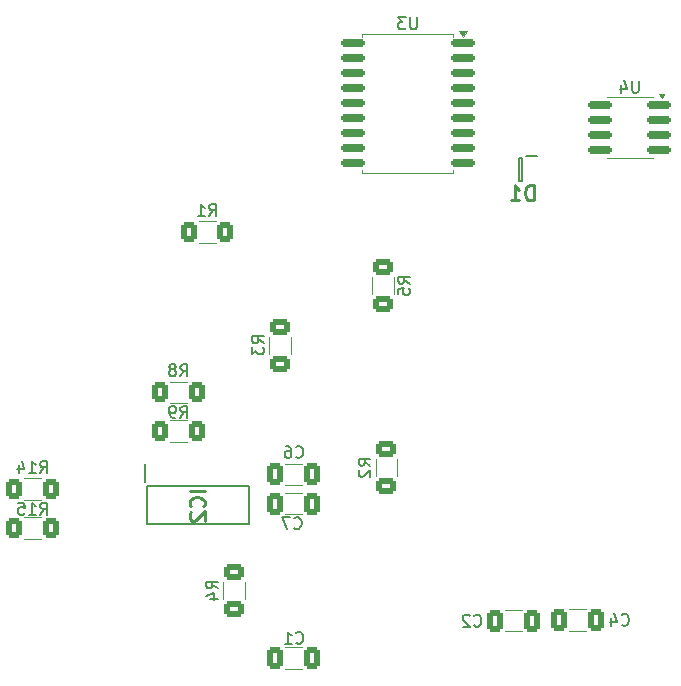
<source format=gbr>
%TF.GenerationSoftware,KiCad,Pcbnew,8.0.1-rc1*%
%TF.CreationDate,2024-06-22T18:23:22-07:00*%
%TF.ProjectId,AMS - CANBus Sensor - Pressure,414d5320-2d20-4434-914e-427573205365,rev?*%
%TF.SameCoordinates,Original*%
%TF.FileFunction,Legend,Bot*%
%TF.FilePolarity,Positive*%
%FSLAX46Y46*%
G04 Gerber Fmt 4.6, Leading zero omitted, Abs format (unit mm)*
G04 Created by KiCad (PCBNEW 8.0.1-rc1) date 2024-06-22 18:23:22*
%MOMM*%
%LPD*%
G01*
G04 APERTURE LIST*
G04 Aperture macros list*
%AMRoundRect*
0 Rectangle with rounded corners*
0 $1 Rounding radius*
0 $2 $3 $4 $5 $6 $7 $8 $9 X,Y pos of 4 corners*
0 Add a 4 corners polygon primitive as box body*
4,1,4,$2,$3,$4,$5,$6,$7,$8,$9,$2,$3,0*
0 Add four circle primitives for the rounded corners*
1,1,$1+$1,$2,$3*
1,1,$1+$1,$4,$5*
1,1,$1+$1,$6,$7*
1,1,$1+$1,$8,$9*
0 Add four rect primitives between the rounded corners*
20,1,$1+$1,$2,$3,$4,$5,0*
20,1,$1+$1,$4,$5,$6,$7,0*
20,1,$1+$1,$6,$7,$8,$9,0*
20,1,$1+$1,$8,$9,$2,$3,0*%
G04 Aperture macros list end*
%ADD10C,0.150000*%
%ADD11C,0.254000*%
%ADD12C,0.120000*%
%ADD13C,0.200000*%
%ADD14C,1.440000*%
%ADD15C,1.100000*%
%ADD16R,2.200000X2.200000*%
%ADD17C,2.200000*%
%ADD18C,1.600000*%
%ADD19O,1.600000X1.600000*%
%ADD20R,1.700000X1.700000*%
%ADD21O,1.700000X1.700000*%
%ADD22C,2.400000*%
%ADD23R,1.600000X1.600000*%
%ADD24R,1.920000X1.920000*%
%ADD25C,1.920000*%
%ADD26C,1.500000*%
%ADD27R,1.500000X1.500000*%
%ADD28RoundRect,0.250000X0.400000X0.625000X-0.400000X0.625000X-0.400000X-0.625000X0.400000X-0.625000X0*%
%ADD29RoundRect,0.250000X-0.412500X-0.650000X0.412500X-0.650000X0.412500X0.650000X-0.412500X0.650000X0*%
%ADD30RoundRect,0.150000X0.825000X0.150000X-0.825000X0.150000X-0.825000X-0.150000X0.825000X-0.150000X0*%
%ADD31RoundRect,0.250000X-0.625000X0.400000X-0.625000X-0.400000X0.625000X-0.400000X0.625000X0.400000X0*%
%ADD32RoundRect,0.250000X0.412500X0.650000X-0.412500X0.650000X-0.412500X-0.650000X0.412500X-0.650000X0*%
%ADD33RoundRect,0.150000X0.875000X0.150000X-0.875000X0.150000X-0.875000X-0.150000X0.875000X-0.150000X0*%
%ADD34R,0.650000X1.525000*%
%ADD35RoundRect,0.250000X0.625000X-0.400000X0.625000X0.400000X-0.625000X0.400000X-0.625000X-0.400000X0*%
%ADD36R,1.000000X0.550000*%
G04 APERTURE END LIST*
D10*
X127551166Y-93323519D02*
X127884499Y-92847328D01*
X128122594Y-93323519D02*
X128122594Y-92323519D01*
X128122594Y-92323519D02*
X127741642Y-92323519D01*
X127741642Y-92323519D02*
X127646404Y-92371138D01*
X127646404Y-92371138D02*
X127598785Y-92418757D01*
X127598785Y-92418757D02*
X127551166Y-92513995D01*
X127551166Y-92513995D02*
X127551166Y-92656852D01*
X127551166Y-92656852D02*
X127598785Y-92752090D01*
X127598785Y-92752090D02*
X127646404Y-92799709D01*
X127646404Y-92799709D02*
X127741642Y-92847328D01*
X127741642Y-92847328D02*
X128122594Y-92847328D01*
X126979737Y-92752090D02*
X127074975Y-92704471D01*
X127074975Y-92704471D02*
X127122594Y-92656852D01*
X127122594Y-92656852D02*
X127170213Y-92561614D01*
X127170213Y-92561614D02*
X127170213Y-92513995D01*
X127170213Y-92513995D02*
X127122594Y-92418757D01*
X127122594Y-92418757D02*
X127074975Y-92371138D01*
X127074975Y-92371138D02*
X126979737Y-92323519D01*
X126979737Y-92323519D02*
X126789261Y-92323519D01*
X126789261Y-92323519D02*
X126694023Y-92371138D01*
X126694023Y-92371138D02*
X126646404Y-92418757D01*
X126646404Y-92418757D02*
X126598785Y-92513995D01*
X126598785Y-92513995D02*
X126598785Y-92561614D01*
X126598785Y-92561614D02*
X126646404Y-92656852D01*
X126646404Y-92656852D02*
X126694023Y-92704471D01*
X126694023Y-92704471D02*
X126789261Y-92752090D01*
X126789261Y-92752090D02*
X126979737Y-92752090D01*
X126979737Y-92752090D02*
X127074975Y-92799709D01*
X127074975Y-92799709D02*
X127122594Y-92847328D01*
X127122594Y-92847328D02*
X127170213Y-92942566D01*
X127170213Y-92942566D02*
X127170213Y-93133042D01*
X127170213Y-93133042D02*
X127122594Y-93228280D01*
X127122594Y-93228280D02*
X127074975Y-93275900D01*
X127074975Y-93275900D02*
X126979737Y-93323519D01*
X126979737Y-93323519D02*
X126789261Y-93323519D01*
X126789261Y-93323519D02*
X126694023Y-93275900D01*
X126694023Y-93275900D02*
X126646404Y-93228280D01*
X126646404Y-93228280D02*
X126598785Y-93133042D01*
X126598785Y-93133042D02*
X126598785Y-92942566D01*
X126598785Y-92942566D02*
X126646404Y-92847328D01*
X126646404Y-92847328D02*
X126694023Y-92799709D01*
X126694023Y-92799709D02*
X126789261Y-92752090D01*
X152423012Y-114428797D02*
X152470631Y-114476417D01*
X152470631Y-114476417D02*
X152613488Y-114524036D01*
X152613488Y-114524036D02*
X152708726Y-114524036D01*
X152708726Y-114524036D02*
X152851583Y-114476417D01*
X152851583Y-114476417D02*
X152946821Y-114381178D01*
X152946821Y-114381178D02*
X152994440Y-114285940D01*
X152994440Y-114285940D02*
X153042059Y-114095464D01*
X153042059Y-114095464D02*
X153042059Y-113952607D01*
X153042059Y-113952607D02*
X152994440Y-113762131D01*
X152994440Y-113762131D02*
X152946821Y-113666893D01*
X152946821Y-113666893D02*
X152851583Y-113571655D01*
X152851583Y-113571655D02*
X152708726Y-113524036D01*
X152708726Y-113524036D02*
X152613488Y-113524036D01*
X152613488Y-113524036D02*
X152470631Y-113571655D01*
X152470631Y-113571655D02*
X152423012Y-113619274D01*
X152042059Y-113619274D02*
X151994440Y-113571655D01*
X151994440Y-113571655D02*
X151899202Y-113524036D01*
X151899202Y-113524036D02*
X151661107Y-113524036D01*
X151661107Y-113524036D02*
X151565869Y-113571655D01*
X151565869Y-113571655D02*
X151518250Y-113619274D01*
X151518250Y-113619274D02*
X151470631Y-113714512D01*
X151470631Y-113714512D02*
X151470631Y-113809750D01*
X151470631Y-113809750D02*
X151518250Y-113952607D01*
X151518250Y-113952607D02*
X152089678Y-114524036D01*
X152089678Y-114524036D02*
X151470631Y-114524036D01*
X166355704Y-68320819D02*
X166355704Y-69130342D01*
X166355704Y-69130342D02*
X166308085Y-69225580D01*
X166308085Y-69225580D02*
X166260466Y-69273200D01*
X166260466Y-69273200D02*
X166165228Y-69320819D01*
X166165228Y-69320819D02*
X165974752Y-69320819D01*
X165974752Y-69320819D02*
X165879514Y-69273200D01*
X165879514Y-69273200D02*
X165831895Y-69225580D01*
X165831895Y-69225580D02*
X165784276Y-69130342D01*
X165784276Y-69130342D02*
X165784276Y-68320819D01*
X164879514Y-68654152D02*
X164879514Y-69320819D01*
X165117609Y-68273200D02*
X165355704Y-68987485D01*
X165355704Y-68987485D02*
X164736657Y-68987485D01*
X115678657Y-101524619D02*
X116011990Y-101048428D01*
X116250085Y-101524619D02*
X116250085Y-100524619D01*
X116250085Y-100524619D02*
X115869133Y-100524619D01*
X115869133Y-100524619D02*
X115773895Y-100572238D01*
X115773895Y-100572238D02*
X115726276Y-100619857D01*
X115726276Y-100619857D02*
X115678657Y-100715095D01*
X115678657Y-100715095D02*
X115678657Y-100857952D01*
X115678657Y-100857952D02*
X115726276Y-100953190D01*
X115726276Y-100953190D02*
X115773895Y-101000809D01*
X115773895Y-101000809D02*
X115869133Y-101048428D01*
X115869133Y-101048428D02*
X116250085Y-101048428D01*
X114726276Y-101524619D02*
X115297704Y-101524619D01*
X115011990Y-101524619D02*
X115011990Y-100524619D01*
X115011990Y-100524619D02*
X115107228Y-100667476D01*
X115107228Y-100667476D02*
X115202466Y-100762714D01*
X115202466Y-100762714D02*
X115297704Y-100810333D01*
X113869133Y-100857952D02*
X113869133Y-101524619D01*
X114107228Y-100477000D02*
X114345323Y-101191285D01*
X114345323Y-101191285D02*
X113726276Y-101191285D01*
X129980966Y-79764119D02*
X130314299Y-79287928D01*
X130552394Y-79764119D02*
X130552394Y-78764119D01*
X130552394Y-78764119D02*
X130171442Y-78764119D01*
X130171442Y-78764119D02*
X130076204Y-78811738D01*
X130076204Y-78811738D02*
X130028585Y-78859357D01*
X130028585Y-78859357D02*
X129980966Y-78954595D01*
X129980966Y-78954595D02*
X129980966Y-79097452D01*
X129980966Y-79097452D02*
X130028585Y-79192690D01*
X130028585Y-79192690D02*
X130076204Y-79240309D01*
X130076204Y-79240309D02*
X130171442Y-79287928D01*
X130171442Y-79287928D02*
X130552394Y-79287928D01*
X129028585Y-79764119D02*
X129600013Y-79764119D01*
X129314299Y-79764119D02*
X129314299Y-78764119D01*
X129314299Y-78764119D02*
X129409537Y-78906976D01*
X129409537Y-78906976D02*
X129504775Y-79002214D01*
X129504775Y-79002214D02*
X129600013Y-79049833D01*
X130731219Y-111295633D02*
X130255028Y-110962300D01*
X130731219Y-110724205D02*
X129731219Y-110724205D01*
X129731219Y-110724205D02*
X129731219Y-111105157D01*
X129731219Y-111105157D02*
X129778838Y-111200395D01*
X129778838Y-111200395D02*
X129826457Y-111248014D01*
X129826457Y-111248014D02*
X129921695Y-111295633D01*
X129921695Y-111295633D02*
X130064552Y-111295633D01*
X130064552Y-111295633D02*
X130159790Y-111248014D01*
X130159790Y-111248014D02*
X130207409Y-111200395D01*
X130207409Y-111200395D02*
X130255028Y-111105157D01*
X130255028Y-111105157D02*
X130255028Y-110724205D01*
X130064552Y-112152776D02*
X130731219Y-112152776D01*
X129683600Y-111914681D02*
X130397885Y-111676586D01*
X130397885Y-111676586D02*
X130397885Y-112295633D01*
X164900820Y-114346879D02*
X164948439Y-114394499D01*
X164948439Y-114394499D02*
X165091296Y-114442118D01*
X165091296Y-114442118D02*
X165186534Y-114442118D01*
X165186534Y-114442118D02*
X165329391Y-114394499D01*
X165329391Y-114394499D02*
X165424629Y-114299260D01*
X165424629Y-114299260D02*
X165472248Y-114204022D01*
X165472248Y-114204022D02*
X165519867Y-114013546D01*
X165519867Y-114013546D02*
X165519867Y-113870689D01*
X165519867Y-113870689D02*
X165472248Y-113680213D01*
X165472248Y-113680213D02*
X165424629Y-113584975D01*
X165424629Y-113584975D02*
X165329391Y-113489737D01*
X165329391Y-113489737D02*
X165186534Y-113442118D01*
X165186534Y-113442118D02*
X165091296Y-113442118D01*
X165091296Y-113442118D02*
X164948439Y-113489737D01*
X164948439Y-113489737D02*
X164900820Y-113537356D01*
X164043677Y-113775451D02*
X164043677Y-114442118D01*
X164281772Y-113394499D02*
X164519867Y-114108784D01*
X164519867Y-114108784D02*
X163900820Y-114108784D01*
X147567004Y-62941819D02*
X147567004Y-63751342D01*
X147567004Y-63751342D02*
X147519385Y-63846580D01*
X147519385Y-63846580D02*
X147471766Y-63894200D01*
X147471766Y-63894200D02*
X147376528Y-63941819D01*
X147376528Y-63941819D02*
X147186052Y-63941819D01*
X147186052Y-63941819D02*
X147090814Y-63894200D01*
X147090814Y-63894200D02*
X147043195Y-63846580D01*
X147043195Y-63846580D02*
X146995576Y-63751342D01*
X146995576Y-63751342D02*
X146995576Y-62941819D01*
X146614623Y-62941819D02*
X145995576Y-62941819D01*
X145995576Y-62941819D02*
X146328909Y-63322771D01*
X146328909Y-63322771D02*
X146186052Y-63322771D01*
X146186052Y-63322771D02*
X146090814Y-63370390D01*
X146090814Y-63370390D02*
X146043195Y-63418009D01*
X146043195Y-63418009D02*
X145995576Y-63513247D01*
X145995576Y-63513247D02*
X145995576Y-63751342D01*
X145995576Y-63751342D02*
X146043195Y-63846580D01*
X146043195Y-63846580D02*
X146090814Y-63894200D01*
X146090814Y-63894200D02*
X146186052Y-63941819D01*
X146186052Y-63941819D02*
X146471766Y-63941819D01*
X146471766Y-63941819D02*
X146567004Y-63894200D01*
X146567004Y-63894200D02*
X146614623Y-63846580D01*
D11*
X129597618Y-103013537D02*
X128327618Y-103013537D01*
X129476665Y-104344014D02*
X129537142Y-104283538D01*
X129537142Y-104283538D02*
X129597618Y-104102109D01*
X129597618Y-104102109D02*
X129597618Y-103981157D01*
X129597618Y-103981157D02*
X129537142Y-103799728D01*
X129537142Y-103799728D02*
X129416189Y-103678776D01*
X129416189Y-103678776D02*
X129295237Y-103618299D01*
X129295237Y-103618299D02*
X129053332Y-103557823D01*
X129053332Y-103557823D02*
X128871903Y-103557823D01*
X128871903Y-103557823D02*
X128629999Y-103618299D01*
X128629999Y-103618299D02*
X128509046Y-103678776D01*
X128509046Y-103678776D02*
X128388094Y-103799728D01*
X128388094Y-103799728D02*
X128327618Y-103981157D01*
X128327618Y-103981157D02*
X128327618Y-104102109D01*
X128327618Y-104102109D02*
X128388094Y-104283538D01*
X128388094Y-104283538D02*
X128448570Y-104344014D01*
X128448570Y-104827823D02*
X128388094Y-104888299D01*
X128388094Y-104888299D02*
X128327618Y-105009252D01*
X128327618Y-105009252D02*
X128327618Y-105311633D01*
X128327618Y-105311633D02*
X128388094Y-105432585D01*
X128388094Y-105432585D02*
X128448570Y-105493061D01*
X128448570Y-105493061D02*
X128569522Y-105553538D01*
X128569522Y-105553538D02*
X128690475Y-105553538D01*
X128690475Y-105553538D02*
X128871903Y-105493061D01*
X128871903Y-105493061D02*
X129597618Y-104767347D01*
X129597618Y-104767347D02*
X129597618Y-105553538D01*
D10*
X146977819Y-85480133D02*
X146501628Y-85146800D01*
X146977819Y-84908705D02*
X145977819Y-84908705D01*
X145977819Y-84908705D02*
X145977819Y-85289657D01*
X145977819Y-85289657D02*
X146025438Y-85384895D01*
X146025438Y-85384895D02*
X146073057Y-85432514D01*
X146073057Y-85432514D02*
X146168295Y-85480133D01*
X146168295Y-85480133D02*
X146311152Y-85480133D01*
X146311152Y-85480133D02*
X146406390Y-85432514D01*
X146406390Y-85432514D02*
X146454009Y-85384895D01*
X146454009Y-85384895D02*
X146501628Y-85289657D01*
X146501628Y-85289657D02*
X146501628Y-84908705D01*
X145977819Y-86384895D02*
X145977819Y-85908705D01*
X145977819Y-85908705D02*
X146454009Y-85861086D01*
X146454009Y-85861086D02*
X146406390Y-85908705D01*
X146406390Y-85908705D02*
X146358771Y-86003943D01*
X146358771Y-86003943D02*
X146358771Y-86242038D01*
X146358771Y-86242038D02*
X146406390Y-86337276D01*
X146406390Y-86337276D02*
X146454009Y-86384895D01*
X146454009Y-86384895D02*
X146549247Y-86432514D01*
X146549247Y-86432514D02*
X146787342Y-86432514D01*
X146787342Y-86432514D02*
X146882580Y-86384895D01*
X146882580Y-86384895D02*
X146930200Y-86337276D01*
X146930200Y-86337276D02*
X146977819Y-86242038D01*
X146977819Y-86242038D02*
X146977819Y-86003943D01*
X146977819Y-86003943D02*
X146930200Y-85908705D01*
X146930200Y-85908705D02*
X146882580Y-85861086D01*
X134607819Y-90532033D02*
X134131628Y-90198700D01*
X134607819Y-89960605D02*
X133607819Y-89960605D01*
X133607819Y-89960605D02*
X133607819Y-90341557D01*
X133607819Y-90341557D02*
X133655438Y-90436795D01*
X133655438Y-90436795D02*
X133703057Y-90484414D01*
X133703057Y-90484414D02*
X133798295Y-90532033D01*
X133798295Y-90532033D02*
X133941152Y-90532033D01*
X133941152Y-90532033D02*
X134036390Y-90484414D01*
X134036390Y-90484414D02*
X134084009Y-90436795D01*
X134084009Y-90436795D02*
X134131628Y-90341557D01*
X134131628Y-90341557D02*
X134131628Y-89960605D01*
X133607819Y-90865367D02*
X133607819Y-91484414D01*
X133607819Y-91484414D02*
X133988771Y-91151081D01*
X133988771Y-91151081D02*
X133988771Y-91293938D01*
X133988771Y-91293938D02*
X134036390Y-91389176D01*
X134036390Y-91389176D02*
X134084009Y-91436795D01*
X134084009Y-91436795D02*
X134179247Y-91484414D01*
X134179247Y-91484414D02*
X134417342Y-91484414D01*
X134417342Y-91484414D02*
X134512580Y-91436795D01*
X134512580Y-91436795D02*
X134560200Y-91389176D01*
X134560200Y-91389176D02*
X134607819Y-91293938D01*
X134607819Y-91293938D02*
X134607819Y-91008224D01*
X134607819Y-91008224D02*
X134560200Y-90912986D01*
X134560200Y-90912986D02*
X134512580Y-90865367D01*
X137354254Y-115871040D02*
X137401873Y-115918660D01*
X137401873Y-115918660D02*
X137544730Y-115966279D01*
X137544730Y-115966279D02*
X137639968Y-115966279D01*
X137639968Y-115966279D02*
X137782825Y-115918660D01*
X137782825Y-115918660D02*
X137878063Y-115823421D01*
X137878063Y-115823421D02*
X137925682Y-115728183D01*
X137925682Y-115728183D02*
X137973301Y-115537707D01*
X137973301Y-115537707D02*
X137973301Y-115394850D01*
X137973301Y-115394850D02*
X137925682Y-115204374D01*
X137925682Y-115204374D02*
X137878063Y-115109136D01*
X137878063Y-115109136D02*
X137782825Y-115013898D01*
X137782825Y-115013898D02*
X137639968Y-114966279D01*
X137639968Y-114966279D02*
X137544730Y-114966279D01*
X137544730Y-114966279D02*
X137401873Y-115013898D01*
X137401873Y-115013898D02*
X137354254Y-115061517D01*
X136401873Y-115966279D02*
X136973301Y-115966279D01*
X136687587Y-115966279D02*
X136687587Y-114966279D01*
X136687587Y-114966279D02*
X136782825Y-115109136D01*
X136782825Y-115109136D02*
X136878063Y-115204374D01*
X136878063Y-115204374D02*
X136973301Y-115251993D01*
X143630419Y-100892333D02*
X143154228Y-100559000D01*
X143630419Y-100320905D02*
X142630419Y-100320905D01*
X142630419Y-100320905D02*
X142630419Y-100701857D01*
X142630419Y-100701857D02*
X142678038Y-100797095D01*
X142678038Y-100797095D02*
X142725657Y-100844714D01*
X142725657Y-100844714D02*
X142820895Y-100892333D01*
X142820895Y-100892333D02*
X142963752Y-100892333D01*
X142963752Y-100892333D02*
X143058990Y-100844714D01*
X143058990Y-100844714D02*
X143106609Y-100797095D01*
X143106609Y-100797095D02*
X143154228Y-100701857D01*
X143154228Y-100701857D02*
X143154228Y-100320905D01*
X142725657Y-101273286D02*
X142678038Y-101320905D01*
X142678038Y-101320905D02*
X142630419Y-101416143D01*
X142630419Y-101416143D02*
X142630419Y-101654238D01*
X142630419Y-101654238D02*
X142678038Y-101749476D01*
X142678038Y-101749476D02*
X142725657Y-101797095D01*
X142725657Y-101797095D02*
X142820895Y-101844714D01*
X142820895Y-101844714D02*
X142916133Y-101844714D01*
X142916133Y-101844714D02*
X143058990Y-101797095D01*
X143058990Y-101797095D02*
X143630419Y-101225667D01*
X143630419Y-101225667D02*
X143630419Y-101844714D01*
X127551562Y-96857311D02*
X127884895Y-96381120D01*
X128122990Y-96857311D02*
X128122990Y-95857311D01*
X128122990Y-95857311D02*
X127742038Y-95857311D01*
X127742038Y-95857311D02*
X127646800Y-95904930D01*
X127646800Y-95904930D02*
X127599181Y-95952549D01*
X127599181Y-95952549D02*
X127551562Y-96047787D01*
X127551562Y-96047787D02*
X127551562Y-96190644D01*
X127551562Y-96190644D02*
X127599181Y-96285882D01*
X127599181Y-96285882D02*
X127646800Y-96333501D01*
X127646800Y-96333501D02*
X127742038Y-96381120D01*
X127742038Y-96381120D02*
X128122990Y-96381120D01*
X127075371Y-96857311D02*
X126884895Y-96857311D01*
X126884895Y-96857311D02*
X126789657Y-96809692D01*
X126789657Y-96809692D02*
X126742038Y-96762072D01*
X126742038Y-96762072D02*
X126646800Y-96619215D01*
X126646800Y-96619215D02*
X126599181Y-96428739D01*
X126599181Y-96428739D02*
X126599181Y-96047787D01*
X126599181Y-96047787D02*
X126646800Y-95952549D01*
X126646800Y-95952549D02*
X126694419Y-95904930D01*
X126694419Y-95904930D02*
X126789657Y-95857311D01*
X126789657Y-95857311D02*
X126980133Y-95857311D01*
X126980133Y-95857311D02*
X127075371Y-95904930D01*
X127075371Y-95904930D02*
X127122990Y-95952549D01*
X127122990Y-95952549D02*
X127170609Y-96047787D01*
X127170609Y-96047787D02*
X127170609Y-96285882D01*
X127170609Y-96285882D02*
X127122990Y-96381120D01*
X127122990Y-96381120D02*
X127075371Y-96428739D01*
X127075371Y-96428739D02*
X126980133Y-96476358D01*
X126980133Y-96476358D02*
X126789657Y-96476358D01*
X126789657Y-96476358D02*
X126694419Y-96428739D01*
X126694419Y-96428739D02*
X126646800Y-96381120D01*
X126646800Y-96381120D02*
X126599181Y-96285882D01*
X137189838Y-106174447D02*
X137237457Y-106222067D01*
X137237457Y-106222067D02*
X137380314Y-106269686D01*
X137380314Y-106269686D02*
X137475552Y-106269686D01*
X137475552Y-106269686D02*
X137618409Y-106222067D01*
X137618409Y-106222067D02*
X137713647Y-106126828D01*
X137713647Y-106126828D02*
X137761266Y-106031590D01*
X137761266Y-106031590D02*
X137808885Y-105841114D01*
X137808885Y-105841114D02*
X137808885Y-105698257D01*
X137808885Y-105698257D02*
X137761266Y-105507781D01*
X137761266Y-105507781D02*
X137713647Y-105412543D01*
X137713647Y-105412543D02*
X137618409Y-105317305D01*
X137618409Y-105317305D02*
X137475552Y-105269686D01*
X137475552Y-105269686D02*
X137380314Y-105269686D01*
X137380314Y-105269686D02*
X137237457Y-105317305D01*
X137237457Y-105317305D02*
X137189838Y-105364924D01*
X136856504Y-105269686D02*
X136189838Y-105269686D01*
X136189838Y-105269686D02*
X136618409Y-106269686D01*
D11*
X157455189Y-78431159D02*
X157455189Y-77161159D01*
X157455189Y-77161159D02*
X157152808Y-77161159D01*
X157152808Y-77161159D02*
X156971379Y-77221635D01*
X156971379Y-77221635D02*
X156850427Y-77342587D01*
X156850427Y-77342587D02*
X156789950Y-77463540D01*
X156789950Y-77463540D02*
X156729474Y-77705444D01*
X156729474Y-77705444D02*
X156729474Y-77886873D01*
X156729474Y-77886873D02*
X156789950Y-78128778D01*
X156789950Y-78128778D02*
X156850427Y-78249730D01*
X156850427Y-78249730D02*
X156971379Y-78370683D01*
X156971379Y-78370683D02*
X157152808Y-78431159D01*
X157152808Y-78431159D02*
X157455189Y-78431159D01*
X155519950Y-78431159D02*
X156245665Y-78431159D01*
X155882808Y-78431159D02*
X155882808Y-77161159D01*
X155882808Y-77161159D02*
X156003760Y-77342587D01*
X156003760Y-77342587D02*
X156124712Y-77463540D01*
X156124712Y-77463540D02*
X156245665Y-77524016D01*
D10*
X115685106Y-105035717D02*
X116018439Y-104559526D01*
X116256534Y-105035717D02*
X116256534Y-104035717D01*
X116256534Y-104035717D02*
X115875582Y-104035717D01*
X115875582Y-104035717D02*
X115780344Y-104083336D01*
X115780344Y-104083336D02*
X115732725Y-104130955D01*
X115732725Y-104130955D02*
X115685106Y-104226193D01*
X115685106Y-104226193D02*
X115685106Y-104369050D01*
X115685106Y-104369050D02*
X115732725Y-104464288D01*
X115732725Y-104464288D02*
X115780344Y-104511907D01*
X115780344Y-104511907D02*
X115875582Y-104559526D01*
X115875582Y-104559526D02*
X116256534Y-104559526D01*
X114732725Y-105035717D02*
X115304153Y-105035717D01*
X115018439Y-105035717D02*
X115018439Y-104035717D01*
X115018439Y-104035717D02*
X115113677Y-104178574D01*
X115113677Y-104178574D02*
X115208915Y-104273812D01*
X115208915Y-104273812D02*
X115304153Y-104321431D01*
X113827963Y-104035717D02*
X114304153Y-104035717D01*
X114304153Y-104035717D02*
X114351772Y-104511907D01*
X114351772Y-104511907D02*
X114304153Y-104464288D01*
X114304153Y-104464288D02*
X114208915Y-104416669D01*
X114208915Y-104416669D02*
X113970820Y-104416669D01*
X113970820Y-104416669D02*
X113875582Y-104464288D01*
X113875582Y-104464288D02*
X113827963Y-104511907D01*
X113827963Y-104511907D02*
X113780344Y-104607145D01*
X113780344Y-104607145D02*
X113780344Y-104845240D01*
X113780344Y-104845240D02*
X113827963Y-104940478D01*
X113827963Y-104940478D02*
X113875582Y-104988098D01*
X113875582Y-104988098D02*
X113970820Y-105035717D01*
X113970820Y-105035717D02*
X114208915Y-105035717D01*
X114208915Y-105035717D02*
X114304153Y-104988098D01*
X114304153Y-104988098D02*
X114351772Y-104940478D01*
X137320266Y-100155280D02*
X137367885Y-100202900D01*
X137367885Y-100202900D02*
X137510742Y-100250519D01*
X137510742Y-100250519D02*
X137605980Y-100250519D01*
X137605980Y-100250519D02*
X137748837Y-100202900D01*
X137748837Y-100202900D02*
X137844075Y-100107661D01*
X137844075Y-100107661D02*
X137891694Y-100012423D01*
X137891694Y-100012423D02*
X137939313Y-99821947D01*
X137939313Y-99821947D02*
X137939313Y-99679090D01*
X137939313Y-99679090D02*
X137891694Y-99488614D01*
X137891694Y-99488614D02*
X137844075Y-99393376D01*
X137844075Y-99393376D02*
X137748837Y-99298138D01*
X137748837Y-99298138D02*
X137605980Y-99250519D01*
X137605980Y-99250519D02*
X137510742Y-99250519D01*
X137510742Y-99250519D02*
X137367885Y-99298138D01*
X137367885Y-99298138D02*
X137320266Y-99345757D01*
X136463123Y-99250519D02*
X136653599Y-99250519D01*
X136653599Y-99250519D02*
X136748837Y-99298138D01*
X136748837Y-99298138D02*
X136796456Y-99345757D01*
X136796456Y-99345757D02*
X136891694Y-99488614D01*
X136891694Y-99488614D02*
X136939313Y-99679090D01*
X136939313Y-99679090D02*
X136939313Y-100060042D01*
X136939313Y-100060042D02*
X136891694Y-100155280D01*
X136891694Y-100155280D02*
X136844075Y-100202900D01*
X136844075Y-100202900D02*
X136748837Y-100250519D01*
X136748837Y-100250519D02*
X136558361Y-100250519D01*
X136558361Y-100250519D02*
X136463123Y-100202900D01*
X136463123Y-100202900D02*
X136415504Y-100155280D01*
X136415504Y-100155280D02*
X136367885Y-100060042D01*
X136367885Y-100060042D02*
X136367885Y-99821947D01*
X136367885Y-99821947D02*
X136415504Y-99726709D01*
X136415504Y-99726709D02*
X136463123Y-99679090D01*
X136463123Y-99679090D02*
X136558361Y-99631471D01*
X136558361Y-99631471D02*
X136748837Y-99631471D01*
X136748837Y-99631471D02*
X136844075Y-99679090D01*
X136844075Y-99679090D02*
X136891694Y-99726709D01*
X136891694Y-99726709D02*
X136939313Y-99821947D01*
D12*
%TO.C,R8*%
X126657436Y-93778700D02*
X128111564Y-93778700D01*
X126657436Y-95598700D02*
X128111564Y-95598700D01*
%TO.C,C2*%
X156473252Y-113098300D02*
X155050748Y-113098300D01*
X156473252Y-114918300D02*
X155050748Y-114918300D01*
%TO.C,U4*%
X163643800Y-69706000D02*
X165593800Y-69706000D01*
X163643800Y-74826000D02*
X165593800Y-74826000D01*
X167543800Y-69706000D02*
X165593800Y-69706000D01*
X167543800Y-74826000D02*
X165593800Y-74826000D01*
X168293800Y-69801000D02*
X168053800Y-69471000D01*
X168533800Y-69471000D01*
X168293800Y-69801000D01*
G36*
X168293800Y-69801000D02*
G01*
X168053800Y-69471000D01*
X168533800Y-69471000D01*
X168293800Y-69801000D01*
G37*
%TO.C,R14*%
X114308736Y-101979800D02*
X115762864Y-101979800D01*
X114308736Y-103799800D02*
X115762864Y-103799800D01*
%TO.C,R1*%
X129087236Y-80219300D02*
X130541364Y-80219300D01*
X129087236Y-82039300D02*
X130541364Y-82039300D01*
%TO.C,R4*%
X131186400Y-112189364D02*
X131186400Y-110735236D01*
X133006400Y-112189364D02*
X133006400Y-110735236D01*
%TO.C,C4*%
X160428248Y-113073400D02*
X161850752Y-113073400D01*
X160428248Y-114893400D02*
X161850752Y-114893400D01*
%TO.C,U3*%
X142945100Y-64322000D02*
X146805100Y-64322000D01*
X142945100Y-64567000D02*
X142945100Y-64322000D01*
X142945100Y-75847000D02*
X142945100Y-76092000D01*
X142945100Y-76092000D02*
X146805100Y-76092000D01*
X150665100Y-64322000D02*
X146805100Y-64322000D01*
X150665100Y-64567000D02*
X150665100Y-64322000D01*
X150665100Y-75847000D02*
X150665100Y-76092000D01*
X150665100Y-76092000D02*
X146805100Y-76092000D01*
X151517600Y-64567000D02*
X151177600Y-64097000D01*
X151857600Y-64097000D01*
X151517600Y-64567000D01*
G36*
X151517600Y-64567000D02*
G01*
X151177600Y-64097000D01*
X151857600Y-64097000D01*
X151517600Y-64567000D01*
G37*
D13*
%TO.C,IC2*%
X124538300Y-102303300D02*
X124538300Y-100778300D01*
X124698300Y-102653300D02*
X133348300Y-102653300D01*
X124698300Y-105853300D02*
X124698300Y-102653300D01*
X133348300Y-102653300D02*
X133348300Y-105853300D01*
X133348300Y-105853300D02*
X124698300Y-105853300D01*
D12*
%TO.C,R5*%
X143793000Y-84919736D02*
X143793000Y-86373864D01*
X145613000Y-84919736D02*
X145613000Y-86373864D01*
%TO.C,R3*%
X135063000Y-91425764D02*
X135063000Y-89971636D01*
X136883000Y-91425764D02*
X136883000Y-89971636D01*
%TO.C,C1*%
X136443348Y-116289700D02*
X137865852Y-116289700D01*
X136443348Y-118109700D02*
X137865852Y-118109700D01*
%TO.C,R2*%
X144085600Y-101786064D02*
X144085600Y-100331936D01*
X145905600Y-101786064D02*
X145905600Y-100331936D01*
%TO.C,R9*%
X126657436Y-97068700D02*
X128111564Y-97068700D01*
X126657436Y-98888700D02*
X128111564Y-98888700D01*
%TO.C,C7*%
X136446048Y-103205600D02*
X137868552Y-103205600D01*
X136446048Y-105025600D02*
X137868552Y-105025600D01*
D13*
%TO.C,D1*%
X156231400Y-74823600D02*
X156431400Y-74823600D01*
X156231400Y-76823600D02*
X156231400Y-74823600D01*
X156431400Y-74823600D02*
X156431400Y-76823600D01*
X156431400Y-76823600D02*
X156231400Y-76823600D01*
X156781400Y-74648600D02*
X157781400Y-74648600D01*
D12*
%TO.C,R15*%
X114308736Y-105269800D02*
X115762864Y-105269800D01*
X114308736Y-107089800D02*
X115762864Y-107089800D01*
%TO.C,C6*%
X136442348Y-100735700D02*
X137864852Y-100735700D01*
X136442348Y-102555700D02*
X137864852Y-102555700D01*
%TD*%
%LPC*%
D14*
%TO.C,RV2*%
X154274400Y-95885200D03*
X156814400Y-95885200D03*
X159354400Y-95885200D03*
%TD*%
D15*
%TO.C,J6*%
X173258000Y-84022300D03*
X173258000Y-81482300D03*
D16*
X170718000Y-84022300D03*
D17*
X170718000Y-81482300D03*
%TD*%
D14*
%TO.C,RV3*%
X154274400Y-89435200D03*
X156814400Y-89435200D03*
X159354400Y-89435200D03*
%TD*%
D18*
%TO.C,R7*%
X139116100Y-58260700D03*
D19*
X141656100Y-58260700D03*
%TD*%
D16*
%TO.C,J1*%
X157148000Y-71872800D03*
D17*
X157148000Y-69332800D03*
X157148000Y-66792800D03*
X157148000Y-64252800D03*
%TD*%
D18*
%TO.C,NTC1*%
X135965600Y-94809500D03*
D19*
X135965600Y-97349500D03*
%TD*%
D20*
%TO.C,J3*%
X146254600Y-120744200D03*
D21*
X143714600Y-120744200D03*
X141174600Y-120744200D03*
X138634600Y-120744200D03*
X136094600Y-120744200D03*
X133554600Y-120744200D03*
%TD*%
D14*
%TO.C,RV1*%
X154274400Y-102335200D03*
X156814400Y-102335200D03*
X159354400Y-102335200D03*
%TD*%
D22*
%TO.C,U5*%
X134999500Y-70018000D03*
X134999500Y-73418000D03*
X125079500Y-70018000D03*
X125079500Y-73418000D03*
%TD*%
D18*
%TO.C,R6*%
X166799100Y-76611000D03*
D19*
X164259100Y-76611000D03*
%TD*%
D20*
%TO.C,Powerboard1*%
X130976300Y-92602600D03*
D21*
X130976300Y-90062600D03*
X130976300Y-87522600D03*
%TD*%
D23*
%TO.C,U2*%
X140929500Y-81761800D03*
D19*
X140929500Y-84301800D03*
X140929500Y-86841800D03*
X140929500Y-89381800D03*
X140929500Y-91921800D03*
X140929500Y-94461800D03*
X140929500Y-97001800D03*
X140929500Y-99541800D03*
X140929500Y-102081800D03*
X140929500Y-104621800D03*
X140929500Y-107161800D03*
X140929500Y-109701800D03*
X140929500Y-112241800D03*
X140929500Y-114781800D03*
X148549500Y-114781800D03*
X148549500Y-112241800D03*
X148549500Y-109701800D03*
X148549500Y-107161800D03*
X148549500Y-104621800D03*
X148549500Y-102081800D03*
X148549500Y-99541800D03*
X148549500Y-97001800D03*
X148549500Y-94461800D03*
X148549500Y-91921800D03*
X148549500Y-89381800D03*
X148549500Y-86841800D03*
X148549500Y-84301800D03*
X148549500Y-81761800D03*
%TD*%
D20*
%TO.C,J5*%
X139049600Y-61738500D03*
D21*
X141589600Y-61738500D03*
%TD*%
D24*
%TO.C,Q1*%
X136586000Y-84423600D03*
D25*
X136586000Y-81883600D03*
X136586000Y-79343600D03*
%TD*%
D16*
%TO.C,J2*%
X170699000Y-96212100D03*
D17*
X170699000Y-93672100D03*
X170699000Y-91132100D03*
X170699000Y-88592100D03*
%TD*%
D14*
%TO.C,RV4*%
X154274400Y-82985200D03*
X156814400Y-82985200D03*
X159354400Y-82985200D03*
%TD*%
D26*
%TO.C,Y2*%
X156129700Y-108923600D03*
X161009700Y-108923600D03*
%TD*%
D27*
%TO.C,Reset1*%
X135385300Y-113752500D03*
D26*
X128885300Y-113752500D03*
X135385300Y-109252500D03*
X128885300Y-109252500D03*
%TD*%
%TO.C,Y1*%
X156104800Y-118178000D03*
X160984800Y-118178000D03*
%TD*%
D22*
%TO.C,U1*%
X179270500Y-101766200D03*
X179270500Y-105166200D03*
X169350500Y-101766200D03*
X169350500Y-105166200D03*
%TD*%
D28*
%TO.C,R8*%
X128934500Y-94688700D03*
X125834500Y-94688700D03*
%TD*%
D29*
%TO.C,C2*%
X154199500Y-114008300D03*
X157324500Y-114008300D03*
%TD*%
D30*
%TO.C,U4*%
X168068800Y-70361000D03*
X168068800Y-71631000D03*
X168068800Y-72901000D03*
X168068800Y-74171000D03*
X163118800Y-74171000D03*
X163118800Y-72901000D03*
X163118800Y-71631000D03*
X163118800Y-70361000D03*
%TD*%
D28*
%TO.C,R14*%
X116585800Y-102889800D03*
X113485800Y-102889800D03*
%TD*%
%TO.C,R1*%
X131364300Y-81129300D03*
X128264300Y-81129300D03*
%TD*%
D31*
%TO.C,R4*%
X132096400Y-109912300D03*
X132096400Y-113012300D03*
%TD*%
D32*
%TO.C,C4*%
X162702000Y-113983400D03*
X159577000Y-113983400D03*
%TD*%
D33*
%TO.C,U3*%
X151455100Y-65127000D03*
X151455100Y-66397000D03*
X151455100Y-67667000D03*
X151455100Y-68937000D03*
X151455100Y-70207000D03*
X151455100Y-71477000D03*
X151455100Y-72747000D03*
X151455100Y-74017000D03*
X151455100Y-75287000D03*
X142155100Y-75287000D03*
X142155100Y-74017000D03*
X142155100Y-72747000D03*
X142155100Y-71477000D03*
X142155100Y-70207000D03*
X142155100Y-68937000D03*
X142155100Y-67667000D03*
X142155100Y-66397000D03*
X142155100Y-65127000D03*
%TD*%
D34*
%TO.C,IC2*%
X125213300Y-101541300D03*
X126483300Y-101541300D03*
X127753300Y-101541300D03*
X129023300Y-101541300D03*
X130293300Y-101541300D03*
X131563300Y-101541300D03*
X132833300Y-101541300D03*
X132833300Y-106965300D03*
X131563300Y-106965300D03*
X130293300Y-106965300D03*
X129023300Y-106965300D03*
X127753300Y-106965300D03*
X126483300Y-106965300D03*
X125213300Y-106965300D03*
%TD*%
D35*
%TO.C,R5*%
X144703000Y-87196800D03*
X144703000Y-84096800D03*
%TD*%
D31*
%TO.C,R3*%
X135973000Y-89148700D03*
X135973000Y-92248700D03*
%TD*%
D32*
%TO.C,C1*%
X138717100Y-117199700D03*
X135592100Y-117199700D03*
%TD*%
D31*
%TO.C,R2*%
X144995600Y-99509000D03*
X144995600Y-102609000D03*
%TD*%
D28*
%TO.C,R9*%
X128934500Y-97978700D03*
X125834500Y-97978700D03*
%TD*%
D32*
%TO.C,C7*%
X138719800Y-104115600D03*
X135594800Y-104115600D03*
%TD*%
D36*
%TO.C,D1*%
X157281400Y-75173600D03*
X157281400Y-76473600D03*
X155381400Y-75823600D03*
%TD*%
D28*
%TO.C,R15*%
X116585800Y-106179800D03*
X113485800Y-106179800D03*
%TD*%
D32*
%TO.C,C6*%
X138716100Y-101645700D03*
X135591100Y-101645700D03*
%TD*%
%LPD*%
M02*

</source>
